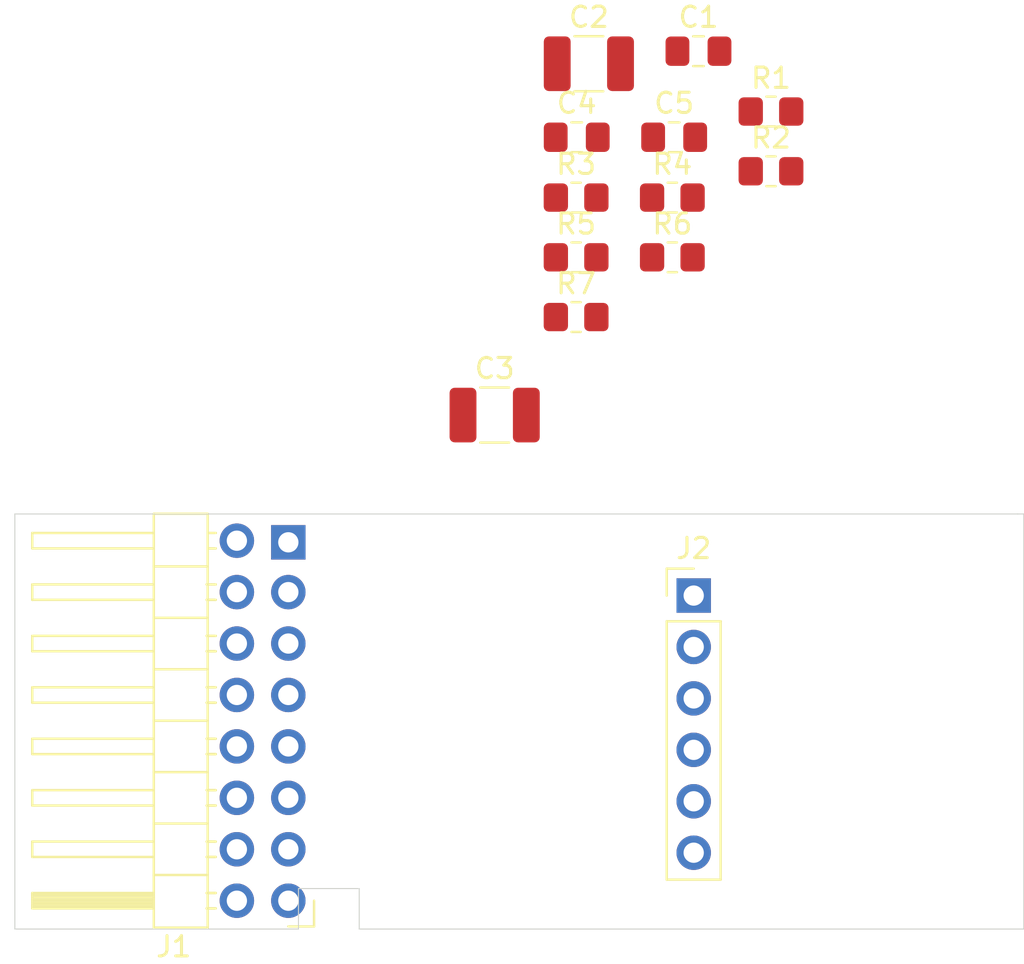
<source format=kicad_pcb>
(kicad_pcb (version 20171130) (host pcbnew 5.1.5+dfsg1-2build2)

  (general
    (thickness 1.6)
    (drawings 9)
    (tracks 0)
    (zones 0)
    (modules 14)
    (nets 9)
  )

  (page A4)
  (layers
    (0 F.Cu signal)
    (31 B.Cu signal)
    (32 B.Adhes user)
    (33 F.Adhes user)
    (34 B.Paste user)
    (35 F.Paste user)
    (36 B.SilkS user)
    (37 F.SilkS user)
    (38 B.Mask user)
    (39 F.Mask user)
    (40 Dwgs.User user)
    (41 Cmts.User user)
    (42 Eco1.User user)
    (43 Eco2.User user)
    (44 Edge.Cuts user)
    (45 Margin user)
    (46 B.CrtYd user)
    (47 F.CrtYd user)
    (48 B.Fab user)
    (49 F.Fab user)
  )

  (setup
    (last_trace_width 0.25)
    (trace_clearance 0.2)
    (zone_clearance 0.508)
    (zone_45_only no)
    (trace_min 0.2)
    (via_size 0.8)
    (via_drill 0.4)
    (via_min_size 0.4)
    (via_min_drill 0.3)
    (uvia_size 0.3)
    (uvia_drill 0.1)
    (uvias_allowed no)
    (uvia_min_size 0.2)
    (uvia_min_drill 0.1)
    (edge_width 0.05)
    (segment_width 0.2)
    (pcb_text_width 0.3)
    (pcb_text_size 1.5 1.5)
    (mod_edge_width 0.12)
    (mod_text_size 1 1)
    (mod_text_width 0.15)
    (pad_size 1.524 1.524)
    (pad_drill 0.762)
    (pad_to_mask_clearance 0.051)
    (solder_mask_min_width 0.25)
    (aux_axis_origin 0 0)
    (visible_elements FFFFFF7F)
    (pcbplotparams
      (layerselection 0x010fc_ffffffff)
      (usegerberextensions false)
      (usegerberattributes false)
      (usegerberadvancedattributes false)
      (creategerberjobfile false)
      (excludeedgelayer true)
      (linewidth 0.100000)
      (plotframeref false)
      (viasonmask false)
      (mode 1)
      (useauxorigin false)
      (hpglpennumber 1)
      (hpglpenspeed 20)
      (hpglpendiameter 15.000000)
      (psnegative false)
      (psa4output false)
      (plotreference true)
      (plotvalue true)
      (plotinvisibletext false)
      (padsonsilk false)
      (subtractmaskfromsilk false)
      (outputformat 1)
      (mirror false)
      (drillshape 1)
      (scaleselection 1)
      (outputdirectory ""))
  )

  (net 0 "")
  (net 1 ORANGE)
  (net 2 SVCC)
  (net 3 RED)
  (net 4 BROWN)
  (net 5 SD0)
  (net 6 SD4)
  (net 7 SMR)
  (net 8 SS)

  (net_class Default "This is the default net class."
    (clearance 0.2)
    (trace_width 0.25)
    (via_dia 0.8)
    (via_drill 0.4)
    (uvia_dia 0.3)
    (uvia_drill 0.1)
    (add_net -5V)
    (add_net BLUE)
    (add_net BROWN)
    (add_net CTS_Y)
    (add_net GREEN)
    (add_net "Net-(C2-Pad1)")
    (add_net "Net-(C2-Pad2)")
    (add_net "Net-(C4-Pad2)")
    (add_net "Net-(C5-Pad1)")
    (add_net "Net-(R7-Pad2)")
    (add_net ORANGE)
    (add_net RED)
    (add_net RXD_Y)
    (add_net SD0)
    (add_net SD4)
    (add_net SMR)
    (add_net SS)
    (add_net SVCC)
  )

  (module Resistor_SMD:R_0805_2012Metric_Pad1.20x1.40mm_HandSolder (layer F.Cu) (tedit 5F68FEEE) (tstamp 6369F107)
    (at 110.585001 92.575001)
    (descr "Resistor SMD 0805 (2012 Metric), square (rectangular) end terminal, IPC_7351 nominal with elongated pad for handsoldering. (Body size source: IPC-SM-782 page 72, https://www.pcb-3d.com/wordpress/wp-content/uploads/ipc-sm-782a_amendment_1_and_2.pdf), generated with kicad-footprint-generator")
    (tags "resistor handsolder")
    (path /6371A2DA)
    (attr smd)
    (fp_text reference R7 (at 0 -1.65) (layer F.SilkS)
      (effects (font (size 1 1) (thickness 0.15)))
    )
    (fp_text value 47k (at 0 1.65) (layer F.Fab)
      (effects (font (size 1 1) (thickness 0.15)))
    )
    (fp_text user %R (at 0 0) (layer F.Fab)
      (effects (font (size 0.5 0.5) (thickness 0.08)))
    )
    (fp_line (start 1.85 0.95) (end -1.85 0.95) (layer F.CrtYd) (width 0.05))
    (fp_line (start 1.85 -0.95) (end 1.85 0.95) (layer F.CrtYd) (width 0.05))
    (fp_line (start -1.85 -0.95) (end 1.85 -0.95) (layer F.CrtYd) (width 0.05))
    (fp_line (start -1.85 0.95) (end -1.85 -0.95) (layer F.CrtYd) (width 0.05))
    (fp_line (start -0.227064 0.735) (end 0.227064 0.735) (layer F.SilkS) (width 0.12))
    (fp_line (start -0.227064 -0.735) (end 0.227064 -0.735) (layer F.SilkS) (width 0.12))
    (fp_line (start 1 0.625) (end -1 0.625) (layer F.Fab) (width 0.1))
    (fp_line (start 1 -0.625) (end 1 0.625) (layer F.Fab) (width 0.1))
    (fp_line (start -1 -0.625) (end 1 -0.625) (layer F.Fab) (width 0.1))
    (fp_line (start -1 0.625) (end -1 -0.625) (layer F.Fab) (width 0.1))
    (pad 2 smd roundrect (at 1 0) (size 1.2 1.4) (layers F.Cu F.Paste F.Mask) (roundrect_rratio 0.208333))
    (pad 1 smd roundrect (at -1 0) (size 1.2 1.4) (layers F.Cu F.Paste F.Mask) (roundrect_rratio 0.208333)
      (net 2 SVCC))
    (model ${KISYS3DMOD}/Resistor_SMD.3dshapes/R_0805_2012Metric.wrl
      (at (xyz 0 0 0))
      (scale (xyz 1 1 1))
      (rotate (xyz 0 0 0))
    )
  )

  (module Resistor_SMD:R_0805_2012Metric_Pad1.20x1.40mm_HandSolder (layer F.Cu) (tedit 5F68FEEE) (tstamp 6369F0F6)
    (at 115.335001 89.625001)
    (descr "Resistor SMD 0805 (2012 Metric), square (rectangular) end terminal, IPC_7351 nominal with elongated pad for handsoldering. (Body size source: IPC-SM-782 page 72, https://www.pcb-3d.com/wordpress/wp-content/uploads/ipc-sm-782a_amendment_1_and_2.pdf), generated with kicad-footprint-generator")
    (tags "resistor handsolder")
    (path /6374F71A)
    (attr smd)
    (fp_text reference R6 (at 0 -1.65) (layer F.SilkS)
      (effects (font (size 1 1) (thickness 0.15)))
    )
    (fp_text value 10k (at 0 1.65) (layer F.Fab)
      (effects (font (size 1 1) (thickness 0.15)))
    )
    (fp_text user %R (at 0 0) (layer F.Fab)
      (effects (font (size 0.5 0.5) (thickness 0.08)))
    )
    (fp_line (start 1.85 0.95) (end -1.85 0.95) (layer F.CrtYd) (width 0.05))
    (fp_line (start 1.85 -0.95) (end 1.85 0.95) (layer F.CrtYd) (width 0.05))
    (fp_line (start -1.85 -0.95) (end 1.85 -0.95) (layer F.CrtYd) (width 0.05))
    (fp_line (start -1.85 0.95) (end -1.85 -0.95) (layer F.CrtYd) (width 0.05))
    (fp_line (start -0.227064 0.735) (end 0.227064 0.735) (layer F.SilkS) (width 0.12))
    (fp_line (start -0.227064 -0.735) (end 0.227064 -0.735) (layer F.SilkS) (width 0.12))
    (fp_line (start 1 0.625) (end -1 0.625) (layer F.Fab) (width 0.1))
    (fp_line (start 1 -0.625) (end 1 0.625) (layer F.Fab) (width 0.1))
    (fp_line (start -1 -0.625) (end 1 -0.625) (layer F.Fab) (width 0.1))
    (fp_line (start -1 0.625) (end -1 -0.625) (layer F.Fab) (width 0.1))
    (pad 2 smd roundrect (at 1 0) (size 1.2 1.4) (layers F.Cu F.Paste F.Mask) (roundrect_rratio 0.208333))
    (pad 1 smd roundrect (at -1 0) (size 1.2 1.4) (layers F.Cu F.Paste F.Mask) (roundrect_rratio 0.208333)
      (net 2 SVCC))
    (model ${KISYS3DMOD}/Resistor_SMD.3dshapes/R_0805_2012Metric.wrl
      (at (xyz 0 0 0))
      (scale (xyz 1 1 1))
      (rotate (xyz 0 0 0))
    )
  )

  (module Resistor_SMD:R_0805_2012Metric_Pad1.20x1.40mm_HandSolder (layer F.Cu) (tedit 5F68FEEE) (tstamp 6369F0E5)
    (at 110.585001 89.625001)
    (descr "Resistor SMD 0805 (2012 Metric), square (rectangular) end terminal, IPC_7351 nominal with elongated pad for handsoldering. (Body size source: IPC-SM-782 page 72, https://www.pcb-3d.com/wordpress/wp-content/uploads/ipc-sm-782a_amendment_1_and_2.pdf), generated with kicad-footprint-generator")
    (tags "resistor handsolder")
    (path /637324DD)
    (attr smd)
    (fp_text reference R5 (at 0 -1.65) (layer F.SilkS)
      (effects (font (size 1 1) (thickness 0.15)))
    )
    (fp_text value 10k (at 0 1.65) (layer F.Fab)
      (effects (font (size 1 1) (thickness 0.15)))
    )
    (fp_text user %R (at 0 0) (layer F.Fab)
      (effects (font (size 0.5 0.5) (thickness 0.08)))
    )
    (fp_line (start 1.85 0.95) (end -1.85 0.95) (layer F.CrtYd) (width 0.05))
    (fp_line (start 1.85 -0.95) (end 1.85 0.95) (layer F.CrtYd) (width 0.05))
    (fp_line (start -1.85 -0.95) (end 1.85 -0.95) (layer F.CrtYd) (width 0.05))
    (fp_line (start -1.85 0.95) (end -1.85 -0.95) (layer F.CrtYd) (width 0.05))
    (fp_line (start -0.227064 0.735) (end 0.227064 0.735) (layer F.SilkS) (width 0.12))
    (fp_line (start -0.227064 -0.735) (end 0.227064 -0.735) (layer F.SilkS) (width 0.12))
    (fp_line (start 1 0.625) (end -1 0.625) (layer F.Fab) (width 0.1))
    (fp_line (start 1 -0.625) (end 1 0.625) (layer F.Fab) (width 0.1))
    (fp_line (start -1 -0.625) (end 1 -0.625) (layer F.Fab) (width 0.1))
    (fp_line (start -1 0.625) (end -1 -0.625) (layer F.Fab) (width 0.1))
    (pad 2 smd roundrect (at 1 0) (size 1.2 1.4) (layers F.Cu F.Paste F.Mask) (roundrect_rratio 0.208333))
    (pad 1 smd roundrect (at -1 0) (size 1.2 1.4) (layers F.Cu F.Paste F.Mask) (roundrect_rratio 0.208333)
      (net 2 SVCC))
    (model ${KISYS3DMOD}/Resistor_SMD.3dshapes/R_0805_2012Metric.wrl
      (at (xyz 0 0 0))
      (scale (xyz 1 1 1))
      (rotate (xyz 0 0 0))
    )
  )

  (module Resistor_SMD:R_0805_2012Metric_Pad1.20x1.40mm_HandSolder (layer F.Cu) (tedit 5F68FEEE) (tstamp 6369F0D4)
    (at 115.335001 86.675001)
    (descr "Resistor SMD 0805 (2012 Metric), square (rectangular) end terminal, IPC_7351 nominal with elongated pad for handsoldering. (Body size source: IPC-SM-782 page 72, https://www.pcb-3d.com/wordpress/wp-content/uploads/ipc-sm-782a_amendment_1_and_2.pdf), generated with kicad-footprint-generator")
    (tags "resistor handsolder")
    (path /63756625)
    (attr smd)
    (fp_text reference R4 (at 0 -1.65) (layer F.SilkS)
      (effects (font (size 1 1) (thickness 0.15)))
    )
    (fp_text value 47k (at 0 1.65) (layer F.Fab)
      (effects (font (size 1 1) (thickness 0.15)))
    )
    (fp_text user %R (at 0 0) (layer F.Fab)
      (effects (font (size 0.5 0.5) (thickness 0.08)))
    )
    (fp_line (start 1.85 0.95) (end -1.85 0.95) (layer F.CrtYd) (width 0.05))
    (fp_line (start 1.85 -0.95) (end 1.85 0.95) (layer F.CrtYd) (width 0.05))
    (fp_line (start -1.85 -0.95) (end 1.85 -0.95) (layer F.CrtYd) (width 0.05))
    (fp_line (start -1.85 0.95) (end -1.85 -0.95) (layer F.CrtYd) (width 0.05))
    (fp_line (start -0.227064 0.735) (end 0.227064 0.735) (layer F.SilkS) (width 0.12))
    (fp_line (start -0.227064 -0.735) (end 0.227064 -0.735) (layer F.SilkS) (width 0.12))
    (fp_line (start 1 0.625) (end -1 0.625) (layer F.Fab) (width 0.1))
    (fp_line (start 1 -0.625) (end 1 0.625) (layer F.Fab) (width 0.1))
    (fp_line (start -1 -0.625) (end 1 -0.625) (layer F.Fab) (width 0.1))
    (fp_line (start -1 0.625) (end -1 -0.625) (layer F.Fab) (width 0.1))
    (pad 2 smd roundrect (at 1 0) (size 1.2 1.4) (layers F.Cu F.Paste F.Mask) (roundrect_rratio 0.208333)
      (net 1 ORANGE))
    (pad 1 smd roundrect (at -1 0) (size 1.2 1.4) (layers F.Cu F.Paste F.Mask) (roundrect_rratio 0.208333)
      (net 5 SD0))
    (model ${KISYS3DMOD}/Resistor_SMD.3dshapes/R_0805_2012Metric.wrl
      (at (xyz 0 0 0))
      (scale (xyz 1 1 1))
      (rotate (xyz 0 0 0))
    )
  )

  (module Resistor_SMD:R_0805_2012Metric_Pad1.20x1.40mm_HandSolder (layer F.Cu) (tedit 5F68FEEE) (tstamp 6369F0C3)
    (at 110.585001 86.675001)
    (descr "Resistor SMD 0805 (2012 Metric), square (rectangular) end terminal, IPC_7351 nominal with elongated pad for handsoldering. (Body size source: IPC-SM-782 page 72, https://www.pcb-3d.com/wordpress/wp-content/uploads/ipc-sm-782a_amendment_1_and_2.pdf), generated with kicad-footprint-generator")
    (tags "resistor handsolder")
    (path /63710F73)
    (attr smd)
    (fp_text reference R3 (at 0 -1.65) (layer F.SilkS)
      (effects (font (size 1 1) (thickness 0.15)))
    )
    (fp_text value 47k (at 0 1.65) (layer F.Fab)
      (effects (font (size 1 1) (thickness 0.15)))
    )
    (fp_text user %R (at 0 0) (layer F.Fab)
      (effects (font (size 0.5 0.5) (thickness 0.08)))
    )
    (fp_line (start 1.85 0.95) (end -1.85 0.95) (layer F.CrtYd) (width 0.05))
    (fp_line (start 1.85 -0.95) (end 1.85 0.95) (layer F.CrtYd) (width 0.05))
    (fp_line (start -1.85 -0.95) (end 1.85 -0.95) (layer F.CrtYd) (width 0.05))
    (fp_line (start -1.85 0.95) (end -1.85 -0.95) (layer F.CrtYd) (width 0.05))
    (fp_line (start -0.227064 0.735) (end 0.227064 0.735) (layer F.SilkS) (width 0.12))
    (fp_line (start -0.227064 -0.735) (end 0.227064 -0.735) (layer F.SilkS) (width 0.12))
    (fp_line (start 1 0.625) (end -1 0.625) (layer F.Fab) (width 0.1))
    (fp_line (start 1 -0.625) (end 1 0.625) (layer F.Fab) (width 0.1))
    (fp_line (start -1 -0.625) (end 1 -0.625) (layer F.Fab) (width 0.1))
    (fp_line (start -1 0.625) (end -1 -0.625) (layer F.Fab) (width 0.1))
    (pad 2 smd roundrect (at 1 0) (size 1.2 1.4) (layers F.Cu F.Paste F.Mask) (roundrect_rratio 0.208333)
      (net 8 SS))
    (pad 1 smd roundrect (at -1 0) (size 1.2 1.4) (layers F.Cu F.Paste F.Mask) (roundrect_rratio 0.208333)
      (net 2 SVCC))
    (model ${KISYS3DMOD}/Resistor_SMD.3dshapes/R_0805_2012Metric.wrl
      (at (xyz 0 0 0))
      (scale (xyz 1 1 1))
      (rotate (xyz 0 0 0))
    )
  )

  (module Resistor_SMD:R_0805_2012Metric_Pad1.20x1.40mm_HandSolder (layer F.Cu) (tedit 5F68FEEE) (tstamp 6369F0B2)
    (at 120.205001 85.375001)
    (descr "Resistor SMD 0805 (2012 Metric), square (rectangular) end terminal, IPC_7351 nominal with elongated pad for handsoldering. (Body size source: IPC-SM-782 page 72, https://www.pcb-3d.com/wordpress/wp-content/uploads/ipc-sm-782a_amendment_1_and_2.pdf), generated with kicad-footprint-generator")
    (tags "resistor handsolder")
    (path /6377586C)
    (attr smd)
    (fp_text reference R2 (at 0 -1.65) (layer F.SilkS)
      (effects (font (size 1 1) (thickness 0.15)))
    )
    (fp_text value 47k (at 0 1.65) (layer F.Fab)
      (effects (font (size 1 1) (thickness 0.15)))
    )
    (fp_text user %R (at 0 0) (layer F.Fab)
      (effects (font (size 0.5 0.5) (thickness 0.08)))
    )
    (fp_line (start 1.85 0.95) (end -1.85 0.95) (layer F.CrtYd) (width 0.05))
    (fp_line (start 1.85 -0.95) (end 1.85 0.95) (layer F.CrtYd) (width 0.05))
    (fp_line (start -1.85 -0.95) (end 1.85 -0.95) (layer F.CrtYd) (width 0.05))
    (fp_line (start -1.85 0.95) (end -1.85 -0.95) (layer F.CrtYd) (width 0.05))
    (fp_line (start -0.227064 0.735) (end 0.227064 0.735) (layer F.SilkS) (width 0.12))
    (fp_line (start -0.227064 -0.735) (end 0.227064 -0.735) (layer F.SilkS) (width 0.12))
    (fp_line (start 1 0.625) (end -1 0.625) (layer F.Fab) (width 0.1))
    (fp_line (start 1 -0.625) (end 1 0.625) (layer F.Fab) (width 0.1))
    (fp_line (start -1 -0.625) (end 1 -0.625) (layer F.Fab) (width 0.1))
    (fp_line (start -1 0.625) (end -1 -0.625) (layer F.Fab) (width 0.1))
    (pad 2 smd roundrect (at 1 0) (size 1.2 1.4) (layers F.Cu F.Paste F.Mask) (roundrect_rratio 0.208333)
      (net 1 ORANGE))
    (pad 1 smd roundrect (at -1 0) (size 1.2 1.4) (layers F.Cu F.Paste F.Mask) (roundrect_rratio 0.208333)
      (net 6 SD4))
    (model ${KISYS3DMOD}/Resistor_SMD.3dshapes/R_0805_2012Metric.wrl
      (at (xyz 0 0 0))
      (scale (xyz 1 1 1))
      (rotate (xyz 0 0 0))
    )
  )

  (module Resistor_SMD:R_0805_2012Metric_Pad1.20x1.40mm_HandSolder (layer F.Cu) (tedit 5F68FEEE) (tstamp 6369F0A1)
    (at 120.205001 82.425001)
    (descr "Resistor SMD 0805 (2012 Metric), square (rectangular) end terminal, IPC_7351 nominal with elongated pad for handsoldering. (Body size source: IPC-SM-782 page 72, https://www.pcb-3d.com/wordpress/wp-content/uploads/ipc-sm-782a_amendment_1_and_2.pdf), generated with kicad-footprint-generator")
    (tags "resistor handsolder")
    (path /637491DA)
    (attr smd)
    (fp_text reference R1 (at 0 -1.65) (layer F.SilkS)
      (effects (font (size 1 1) (thickness 0.15)))
    )
    (fp_text value 47k (at 0 1.65) (layer F.Fab)
      (effects (font (size 1 1) (thickness 0.15)))
    )
    (fp_text user %R (at 0 0) (layer F.Fab)
      (effects (font (size 0.5 0.5) (thickness 0.08)))
    )
    (fp_line (start 1.85 0.95) (end -1.85 0.95) (layer F.CrtYd) (width 0.05))
    (fp_line (start 1.85 -0.95) (end 1.85 0.95) (layer F.CrtYd) (width 0.05))
    (fp_line (start -1.85 -0.95) (end 1.85 -0.95) (layer F.CrtYd) (width 0.05))
    (fp_line (start -1.85 0.95) (end -1.85 -0.95) (layer F.CrtYd) (width 0.05))
    (fp_line (start -0.227064 0.735) (end 0.227064 0.735) (layer F.SilkS) (width 0.12))
    (fp_line (start -0.227064 -0.735) (end 0.227064 -0.735) (layer F.SilkS) (width 0.12))
    (fp_line (start 1 0.625) (end -1 0.625) (layer F.Fab) (width 0.1))
    (fp_line (start 1 -0.625) (end 1 0.625) (layer F.Fab) (width 0.1))
    (fp_line (start -1 -0.625) (end 1 -0.625) (layer F.Fab) (width 0.1))
    (fp_line (start -1 0.625) (end -1 -0.625) (layer F.Fab) (width 0.1))
    (pad 2 smd roundrect (at 1 0) (size 1.2 1.4) (layers F.Cu F.Paste F.Mask) (roundrect_rratio 0.208333)
      (net 1 ORANGE))
    (pad 1 smd roundrect (at -1 0) (size 1.2 1.4) (layers F.Cu F.Paste F.Mask) (roundrect_rratio 0.208333)
      (net 7 SMR))
    (model ${KISYS3DMOD}/Resistor_SMD.3dshapes/R_0805_2012Metric.wrl
      (at (xyz 0 0 0))
      (scale (xyz 1 1 1))
      (rotate (xyz 0 0 0))
    )
  )

  (module Connector_PinHeader_2.54mm:PinHeader_1x06_P2.54mm_Vertical (layer F.Cu) (tedit 59FED5CC) (tstamp 6369F090)
    (at 116.39 106.33)
    (descr "Through hole straight pin header, 1x06, 2.54mm pitch, single row")
    (tags "Through hole pin header THT 1x06 2.54mm single row")
    (path /63713439)
    (fp_text reference J2 (at 0 -2.33) (layer F.SilkS)
      (effects (font (size 1 1) (thickness 0.15)))
    )
    (fp_text value Conn_01x06_Female (at 0 15.03) (layer F.Fab)
      (effects (font (size 1 1) (thickness 0.15)))
    )
    (fp_text user %R (at 0 6.35 90) (layer F.Fab)
      (effects (font (size 1 1) (thickness 0.15)))
    )
    (fp_line (start 1.8 -1.8) (end -1.8 -1.8) (layer F.CrtYd) (width 0.05))
    (fp_line (start 1.8 14.5) (end 1.8 -1.8) (layer F.CrtYd) (width 0.05))
    (fp_line (start -1.8 14.5) (end 1.8 14.5) (layer F.CrtYd) (width 0.05))
    (fp_line (start -1.8 -1.8) (end -1.8 14.5) (layer F.CrtYd) (width 0.05))
    (fp_line (start -1.33 -1.33) (end 0 -1.33) (layer F.SilkS) (width 0.12))
    (fp_line (start -1.33 0) (end -1.33 -1.33) (layer F.SilkS) (width 0.12))
    (fp_line (start -1.33 1.27) (end 1.33 1.27) (layer F.SilkS) (width 0.12))
    (fp_line (start 1.33 1.27) (end 1.33 14.03) (layer F.SilkS) (width 0.12))
    (fp_line (start -1.33 1.27) (end -1.33 14.03) (layer F.SilkS) (width 0.12))
    (fp_line (start -1.33 14.03) (end 1.33 14.03) (layer F.SilkS) (width 0.12))
    (fp_line (start -1.27 -0.635) (end -0.635 -1.27) (layer F.Fab) (width 0.1))
    (fp_line (start -1.27 13.97) (end -1.27 -0.635) (layer F.Fab) (width 0.1))
    (fp_line (start 1.27 13.97) (end -1.27 13.97) (layer F.Fab) (width 0.1))
    (fp_line (start 1.27 -1.27) (end 1.27 13.97) (layer F.Fab) (width 0.1))
    (fp_line (start -0.635 -1.27) (end 1.27 -1.27) (layer F.Fab) (width 0.1))
    (pad 6 thru_hole oval (at 0 12.7) (size 1.7 1.7) (drill 1) (layers *.Cu *.Mask))
    (pad 5 thru_hole oval (at 0 10.16) (size 1.7 1.7) (drill 1) (layers *.Cu *.Mask))
    (pad 4 thru_hole oval (at 0 7.62) (size 1.7 1.7) (drill 1) (layers *.Cu *.Mask)
      (net 1 ORANGE))
    (pad 3 thru_hole oval (at 0 5.08) (size 1.7 1.7) (drill 1) (layers *.Cu *.Mask)
      (net 1 ORANGE))
    (pad 2 thru_hole oval (at 0 2.54) (size 1.7 1.7) (drill 1) (layers *.Cu *.Mask)
      (net 3 RED))
    (pad 1 thru_hole rect (at 0 0) (size 1.7 1.7) (drill 1) (layers *.Cu *.Mask)
      (net 4 BROWN))
    (model ${KISYS3DMOD}/Connector_PinHeader_2.54mm.3dshapes/PinHeader_1x06_P2.54mm_Vertical.wrl
      (at (xyz 0 0 0))
      (scale (xyz 1 1 1))
      (rotate (xyz 0 0 0))
    )
  )

  (module psion_org_2:Psion_datapak_2x08_P2.54mm_Horizontal (layer F.Cu) (tedit 60C1AAB6) (tstamp 6369F076)
    (at 96.38 121.4 180)
    (descr "Through hole angled pin header, 2x08, 2.54mm pitch, 6mm pin length, double rows Psion2 Datapak")
    (tags "Through hole angled pin header THT 2x08 2.54mm double row")
    (path /6370CC94)
    (fp_text reference J1 (at 5.655 -2.27) (layer F.SilkS)
      (effects (font (size 1 1) (thickness 0.15)))
    )
    (fp_text value Conn_02x08_Odd_Even (at 5.655 20.05) (layer F.Fab)
      (effects (font (size 1 1) (thickness 0.15)))
    )
    (fp_text user %R (at 5.31 8.89 90) (layer F.Fab)
      (effects (font (size 1 1) (thickness 0.15)))
    )
    (fp_line (start 13.1 -1.8) (end -1.8 -1.8) (layer F.CrtYd) (width 0.05))
    (fp_line (start 13.1 19.55) (end 13.1 -1.8) (layer F.CrtYd) (width 0.05))
    (fp_line (start -1.8 19.55) (end 13.1 19.55) (layer F.CrtYd) (width 0.05))
    (fp_line (start -1.8 -1.8) (end -1.8 19.55) (layer F.CrtYd) (width 0.05))
    (fp_line (start -1.27 -1.27) (end 0 -1.27) (layer F.SilkS) (width 0.12))
    (fp_line (start -1.27 0) (end -1.27 -1.27) (layer F.SilkS) (width 0.12))
    (fp_line (start 4.037071 -0.38) (end 3.582929 -0.38) (layer F.SilkS) (width 0.12))
    (fp_line (start 4.037071 0.38) (end 3.582929 0.38) (layer F.SilkS) (width 0.12))
    (fp_line (start 3.582929 18.16) (end 3.98 18.16) (layer F.SilkS) (width 0.12))
    (fp_line (start 3.582929 17.4) (end 3.98 17.4) (layer F.SilkS) (width 0.12))
    (fp_line (start 12.64 18.16) (end 6.64 18.16) (layer F.SilkS) (width 0.12))
    (fp_line (start 12.64 17.4) (end 12.64 18.16) (layer F.SilkS) (width 0.12))
    (fp_line (start 6.64 17.4) (end 12.64 17.4) (layer F.SilkS) (width 0.12))
    (fp_line (start 3.98 16.51) (end 6.64 16.51) (layer F.SilkS) (width 0.12))
    (fp_line (start 4.037071 2.16) (end 3.582929 2.16) (layer F.SilkS) (width 0.12))
    (fp_line (start 4.037071 2.92) (end 3.582929 2.92) (layer F.SilkS) (width 0.12))
    (fp_line (start 3.582929 15.62) (end 3.98 15.62) (layer F.SilkS) (width 0.12))
    (fp_line (start 3.582929 14.86) (end 3.98 14.86) (layer F.SilkS) (width 0.12))
    (fp_line (start 12.64 15.62) (end 6.64 15.62) (layer F.SilkS) (width 0.12))
    (fp_line (start 12.64 14.86) (end 12.64 15.62) (layer F.SilkS) (width 0.12))
    (fp_line (start 6.64 14.86) (end 12.64 14.86) (layer F.SilkS) (width 0.12))
    (fp_line (start 3.98 13.97) (end 6.64 13.97) (layer F.SilkS) (width 0.12))
    (fp_line (start 4.037071 4.7) (end 3.582929 4.7) (layer F.SilkS) (width 0.12))
    (fp_line (start 4.037071 5.46) (end 3.582929 5.46) (layer F.SilkS) (width 0.12))
    (fp_line (start 3.582929 13.08) (end 3.98 13.08) (layer F.SilkS) (width 0.12))
    (fp_line (start 3.582929 12.32) (end 3.98 12.32) (layer F.SilkS) (width 0.12))
    (fp_line (start 12.64 13.08) (end 6.64 13.08) (layer F.SilkS) (width 0.12))
    (fp_line (start 12.64 12.32) (end 12.64 13.08) (layer F.SilkS) (width 0.12))
    (fp_line (start 6.64 12.32) (end 12.64 12.32) (layer F.SilkS) (width 0.12))
    (fp_line (start 3.98 11.43) (end 6.64 11.43) (layer F.SilkS) (width 0.12))
    (fp_line (start 4.037071 7.24) (end 3.582929 7.24) (layer F.SilkS) (width 0.12))
    (fp_line (start 4.037071 8) (end 3.582929 8) (layer F.SilkS) (width 0.12))
    (fp_line (start 3.582929 10.54) (end 3.98 10.54) (layer F.SilkS) (width 0.12))
    (fp_line (start 3.582929 9.78) (end 3.98 9.78) (layer F.SilkS) (width 0.12))
    (fp_line (start 12.64 10.54) (end 6.64 10.54) (layer F.SilkS) (width 0.12))
    (fp_line (start 12.64 9.78) (end 12.64 10.54) (layer F.SilkS) (width 0.12))
    (fp_line (start 6.64 9.78) (end 12.64 9.78) (layer F.SilkS) (width 0.12))
    (fp_line (start 3.98 8.89) (end 6.64 8.89) (layer F.SilkS) (width 0.12))
    (fp_line (start 4.037071 9.78) (end 3.582929 9.78) (layer F.SilkS) (width 0.12))
    (fp_line (start 4.037071 10.54) (end 3.582929 10.54) (layer F.SilkS) (width 0.12))
    (fp_line (start 3.582929 8) (end 3.98 8) (layer F.SilkS) (width 0.12))
    (fp_line (start 3.582929 7.24) (end 3.98 7.24) (layer F.SilkS) (width 0.12))
    (fp_line (start 12.64 8) (end 6.64 8) (layer F.SilkS) (width 0.12))
    (fp_line (start 12.64 7.24) (end 12.64 8) (layer F.SilkS) (width 0.12))
    (fp_line (start 6.64 7.24) (end 12.64 7.24) (layer F.SilkS) (width 0.12))
    (fp_line (start 3.98 6.35) (end 6.64 6.35) (layer F.SilkS) (width 0.12))
    (fp_line (start 4.037071 12.32) (end 3.582929 12.32) (layer F.SilkS) (width 0.12))
    (fp_line (start 4.037071 13.08) (end 3.582929 13.08) (layer F.SilkS) (width 0.12))
    (fp_line (start 3.582929 5.46) (end 3.98 5.46) (layer F.SilkS) (width 0.12))
    (fp_line (start 3.582929 4.7) (end 3.98 4.7) (layer F.SilkS) (width 0.12))
    (fp_line (start 12.64 5.46) (end 6.64 5.46) (layer F.SilkS) (width 0.12))
    (fp_line (start 12.64 4.7) (end 12.64 5.46) (layer F.SilkS) (width 0.12))
    (fp_line (start 6.64 4.7) (end 12.64 4.7) (layer F.SilkS) (width 0.12))
    (fp_line (start 3.98 3.81) (end 6.64 3.81) (layer F.SilkS) (width 0.12))
    (fp_line (start 4.037071 14.86) (end 3.582929 14.86) (layer F.SilkS) (width 0.12))
    (fp_line (start 4.037071 15.62) (end 3.582929 15.62) (layer F.SilkS) (width 0.12))
    (fp_line (start 3.582929 2.92) (end 3.98 2.92) (layer F.SilkS) (width 0.12))
    (fp_line (start 3.582929 2.16) (end 3.98 2.16) (layer F.SilkS) (width 0.12))
    (fp_line (start 12.64 2.92) (end 6.64 2.92) (layer F.SilkS) (width 0.12))
    (fp_line (start 12.64 2.16) (end 12.64 2.92) (layer F.SilkS) (width 0.12))
    (fp_line (start 6.64 2.16) (end 12.64 2.16) (layer F.SilkS) (width 0.12))
    (fp_line (start 3.98 1.27) (end 6.64 1.27) (layer F.SilkS) (width 0.12))
    (fp_line (start 3.97 17.4) (end 3.582929 17.4) (layer F.SilkS) (width 0.12))
    (fp_line (start 3.97 18.16) (end 3.582929 18.16) (layer F.SilkS) (width 0.12))
    (fp_line (start 3.582929 0.38) (end 3.98 0.38) (layer F.SilkS) (width 0.12))
    (fp_line (start 3.582929 -0.38) (end 3.98 -0.38) (layer F.SilkS) (width 0.12))
    (fp_line (start 6.64 0.28) (end 12.64 0.28) (layer F.SilkS) (width 0.12))
    (fp_line (start 6.64 0.16) (end 12.64 0.16) (layer F.SilkS) (width 0.12))
    (fp_line (start 6.64 0.04) (end 12.64 0.04) (layer F.SilkS) (width 0.12))
    (fp_line (start 6.64 -0.08) (end 12.64 -0.08) (layer F.SilkS) (width 0.12))
    (fp_line (start 6.64 -0.2) (end 12.64 -0.2) (layer F.SilkS) (width 0.12))
    (fp_line (start 6.64 -0.32) (end 12.64 -0.32) (layer F.SilkS) (width 0.12))
    (fp_line (start 12.64 0.38) (end 6.64 0.38) (layer F.SilkS) (width 0.12))
    (fp_line (start 12.64 -0.38) (end 12.64 0.38) (layer F.SilkS) (width 0.12))
    (fp_line (start 6.64 -0.38) (end 12.64 -0.38) (layer F.SilkS) (width 0.12))
    (fp_line (start 6.64 -1.33) (end 3.98 -1.33) (layer F.SilkS) (width 0.12))
    (fp_line (start 6.64 19.11) (end 6.64 -1.33) (layer F.SilkS) (width 0.12))
    (fp_line (start 3.98 19.11) (end 6.64 19.11) (layer F.SilkS) (width 0.12))
    (fp_line (start 3.98 -1.33) (end 3.98 19.11) (layer F.SilkS) (width 0.12))
    (fp_line (start 6.58 18.1) (end 12.58 18.1) (layer F.Fab) (width 0.1))
    (fp_line (start 12.58 17.46) (end 12.58 18.1) (layer F.Fab) (width 0.1))
    (fp_line (start 6.58 17.46) (end 12.58 17.46) (layer F.Fab) (width 0.1))
    (fp_line (start -0.32 18.1) (end 4.04 18.1) (layer F.Fab) (width 0.1))
    (fp_line (start -0.32 17.46) (end -0.32 18.1) (layer F.Fab) (width 0.1))
    (fp_line (start -0.32 17.46) (end 4.04 17.46) (layer F.Fab) (width 0.1))
    (fp_line (start 6.58 15.56) (end 12.58 15.56) (layer F.Fab) (width 0.1))
    (fp_line (start 12.58 14.92) (end 12.58 15.56) (layer F.Fab) (width 0.1))
    (fp_line (start 6.58 14.92) (end 12.58 14.92) (layer F.Fab) (width 0.1))
    (fp_line (start -0.32 15.56) (end 4.04 15.56) (layer F.Fab) (width 0.1))
    (fp_line (start -0.32 14.92) (end -0.32 15.56) (layer F.Fab) (width 0.1))
    (fp_line (start -0.32 14.92) (end 4.04 14.92) (layer F.Fab) (width 0.1))
    (fp_line (start 6.58 13.02) (end 12.58 13.02) (layer F.Fab) (width 0.1))
    (fp_line (start 12.58 12.38) (end 12.58 13.02) (layer F.Fab) (width 0.1))
    (fp_line (start 6.58 12.38) (end 12.58 12.38) (layer F.Fab) (width 0.1))
    (fp_line (start -0.32 13.02) (end 4.04 13.02) (layer F.Fab) (width 0.1))
    (fp_line (start -0.32 12.38) (end -0.32 13.02) (layer F.Fab) (width 0.1))
    (fp_line (start -0.32 12.38) (end 4.04 12.38) (layer F.Fab) (width 0.1))
    (fp_line (start 6.58 10.48) (end 12.58 10.48) (layer F.Fab) (width 0.1))
    (fp_line (start 12.58 9.84) (end 12.58 10.48) (layer F.Fab) (width 0.1))
    (fp_line (start 6.58 9.84) (end 12.58 9.84) (layer F.Fab) (width 0.1))
    (fp_line (start -0.32 10.48) (end 4.04 10.48) (layer F.Fab) (width 0.1))
    (fp_line (start -0.32 9.84) (end -0.32 10.48) (layer F.Fab) (width 0.1))
    (fp_line (start -0.32 9.84) (end 4.04 9.84) (layer F.Fab) (width 0.1))
    (fp_line (start 6.58 7.94) (end 12.58 7.94) (layer F.Fab) (width 0.1))
    (fp_line (start 12.58 7.3) (end 12.58 7.94) (layer F.Fab) (width 0.1))
    (fp_line (start 6.58 7.3) (end 12.58 7.3) (layer F.Fab) (width 0.1))
    (fp_line (start -0.32 7.94) (end 4.04 7.94) (layer F.Fab) (width 0.1))
    (fp_line (start -0.32 7.3) (end -0.32 7.94) (layer F.Fab) (width 0.1))
    (fp_line (start -0.32 7.3) (end 4.04 7.3) (layer F.Fab) (width 0.1))
    (fp_line (start 6.58 5.4) (end 12.58 5.4) (layer F.Fab) (width 0.1))
    (fp_line (start 12.58 4.76) (end 12.58 5.4) (layer F.Fab) (width 0.1))
    (fp_line (start 6.58 4.76) (end 12.58 4.76) (layer F.Fab) (width 0.1))
    (fp_line (start -0.32 5.4) (end 4.04 5.4) (layer F.Fab) (width 0.1))
    (fp_line (start -0.32 4.76) (end -0.32 5.4) (layer F.Fab) (width 0.1))
    (fp_line (start -0.32 4.76) (end 4.04 4.76) (layer F.Fab) (width 0.1))
    (fp_line (start 6.58 2.86) (end 12.58 2.86) (layer F.Fab) (width 0.1))
    (fp_line (start 12.58 2.22) (end 12.58 2.86) (layer F.Fab) (width 0.1))
    (fp_line (start 6.58 2.22) (end 12.58 2.22) (layer F.Fab) (width 0.1))
    (fp_line (start -0.32 2.86) (end 4.04 2.86) (layer F.Fab) (width 0.1))
    (fp_line (start -0.32 2.22) (end -0.32 2.86) (layer F.Fab) (width 0.1))
    (fp_line (start -0.32 2.22) (end 4.04 2.22) (layer F.Fab) (width 0.1))
    (fp_line (start 6.58 0.32) (end 12.58 0.32) (layer F.Fab) (width 0.1))
    (fp_line (start 12.58 -0.32) (end 12.58 0.32) (layer F.Fab) (width 0.1))
    (fp_line (start 6.58 -0.32) (end 12.58 -0.32) (layer F.Fab) (width 0.1))
    (fp_line (start -0.32 0.32) (end 4.04 0.32) (layer F.Fab) (width 0.1))
    (fp_line (start -0.32 -0.32) (end -0.32 0.32) (layer F.Fab) (width 0.1))
    (fp_line (start -0.32 -0.32) (end 4.04 -0.32) (layer F.Fab) (width 0.1))
    (fp_line (start 4.04 -0.635) (end 4.675 -1.27) (layer F.Fab) (width 0.1))
    (fp_line (start 4.04 19.05) (end 4.04 -0.635) (layer F.Fab) (width 0.1))
    (fp_line (start 6.58 19.05) (end 4.04 19.05) (layer F.Fab) (width 0.1))
    (fp_line (start 6.58 -1.27) (end 6.58 19.05) (layer F.Fab) (width 0.1))
    (fp_line (start 4.675 -1.27) (end 6.58 -1.27) (layer F.Fab) (width 0.1))
    (pad 16 thru_hole oval (at 2.54 0) (size 1.7 1.7) (drill 1) (layers *.Cu *.Mask)
      (net 5 SD0))
    (pad 15 thru_hole oval (at 0 0 180) (size 1.7 1.7) (drill 1) (layers *.Cu *.Mask))
    (pad 14 thru_hole oval (at 2.54 2.54) (size 1.7 1.7) (drill 1) (layers *.Cu *.Mask))
    (pad 13 thru_hole oval (at 0 2.54 180) (size 1.7 1.7) (drill 1) (layers *.Cu *.Mask))
    (pad 12 thru_hole oval (at 2.54 5.08) (size 1.7 1.7) (drill 1) (layers *.Cu *.Mask)
      (net 6 SD4))
    (pad 11 thru_hole oval (at 0 5.08 180) (size 1.7 1.7) (drill 1) (layers *.Cu *.Mask))
    (pad 10 thru_hole oval (at 2.54 7.62) (size 1.7 1.7) (drill 1) (layers *.Cu *.Mask))
    (pad 9 thru_hole oval (at 0 7.62 180) (size 1.7 1.7) (drill 1) (layers *.Cu *.Mask))
    (pad 8 thru_hole oval (at 2.54 10.16) (size 1.7 1.7) (drill 1) (layers *.Cu *.Mask))
    (pad 7 thru_hole oval (at 0 10.16 180) (size 1.7 1.7) (drill 1) (layers *.Cu *.Mask)
      (net 7 SMR))
    (pad 6 thru_hole oval (at 2.54 12.7) (size 1.7 1.7) (drill 1) (layers *.Cu *.Mask)
      (net 8 SS))
    (pad 5 thru_hole oval (at 0 12.7 180) (size 1.7 1.7) (drill 1) (layers *.Cu *.Mask))
    (pad 4 thru_hole oval (at 2.54 15.24) (size 1.7 1.7) (drill 1) (layers *.Cu *.Mask))
    (pad 3 thru_hole oval (at 0 15.24 180) (size 1.7 1.7) (drill 1) (layers *.Cu *.Mask)
      (net 1 ORANGE))
    (pad 2 thru_hole oval (at 2.54 17.78) (size 1.7 1.7) (drill 1) (layers *.Cu *.Mask)
      (net 2 SVCC))
    (pad 1 thru_hole rect (at 0 17.7 180) (size 1.7 1.7) (drill 1) (layers *.Cu *.Mask))
    (model ${KISYS3DMOD}/Connector_PinHeader_2.54mm.3dshapes/PinHeader_2x08_P2.54mm_Horizontal.wrl
      (at (xyz 0 0 0))
      (scale (xyz 1 1 1))
      (rotate (xyz 0 0 0))
    )
  )

  (module Capacitor_SMD:C_0805_2012Metric_Pad1.18x1.45mm_HandSolder (layer F.Cu) (tedit 5F68FEEF) (tstamp 6369EFDD)
    (at 115.425001 83.695001)
    (descr "Capacitor SMD 0805 (2012 Metric), square (rectangular) end terminal, IPC_7351 nominal with elongated pad for handsoldering. (Body size source: IPC-SM-782 page 76, https://www.pcb-3d.com/wordpress/wp-content/uploads/ipc-sm-782a_amendment_1_and_2.pdf, https://docs.google.com/spreadsheets/d/1BsfQQcO9C6DZCsRaXUlFlo91Tg2WpOkGARC1WS5S8t0/edit?usp=sharing), generated with kicad-footprint-generator")
    (tags "capacitor handsolder")
    (path /6373AE6E)
    (attr smd)
    (fp_text reference C5 (at 0 -1.68) (layer F.SilkS)
      (effects (font (size 1 1) (thickness 0.15)))
    )
    (fp_text value "20pF - 10nF" (at 0 1.68) (layer F.Fab)
      (effects (font (size 1 1) (thickness 0.15)))
    )
    (fp_text user %R (at 0 0) (layer F.Fab)
      (effects (font (size 0.5 0.5) (thickness 0.08)))
    )
    (fp_line (start 1.88 0.98) (end -1.88 0.98) (layer F.CrtYd) (width 0.05))
    (fp_line (start 1.88 -0.98) (end 1.88 0.98) (layer F.CrtYd) (width 0.05))
    (fp_line (start -1.88 -0.98) (end 1.88 -0.98) (layer F.CrtYd) (width 0.05))
    (fp_line (start -1.88 0.98) (end -1.88 -0.98) (layer F.CrtYd) (width 0.05))
    (fp_line (start -0.261252 0.735) (end 0.261252 0.735) (layer F.SilkS) (width 0.12))
    (fp_line (start -0.261252 -0.735) (end 0.261252 -0.735) (layer F.SilkS) (width 0.12))
    (fp_line (start 1 0.625) (end -1 0.625) (layer F.Fab) (width 0.1))
    (fp_line (start 1 -0.625) (end 1 0.625) (layer F.Fab) (width 0.1))
    (fp_line (start -1 -0.625) (end 1 -0.625) (layer F.Fab) (width 0.1))
    (fp_line (start -1 0.625) (end -1 -0.625) (layer F.Fab) (width 0.1))
    (pad 2 smd roundrect (at 1.0375 0) (size 1.175 1.45) (layers F.Cu F.Paste F.Mask) (roundrect_rratio 0.212766)
      (net 4 BROWN))
    (pad 1 smd roundrect (at -1.0375 0) (size 1.175 1.45) (layers F.Cu F.Paste F.Mask) (roundrect_rratio 0.212766))
    (model ${KISYS3DMOD}/Capacitor_SMD.3dshapes/C_0805_2012Metric.wrl
      (at (xyz 0 0 0))
      (scale (xyz 1 1 1))
      (rotate (xyz 0 0 0))
    )
  )

  (module Capacitor_SMD:C_0805_2012Metric_Pad1.18x1.45mm_HandSolder (layer F.Cu) (tedit 5F68FEEF) (tstamp 6369EFCC)
    (at 110.615001 83.695001)
    (descr "Capacitor SMD 0805 (2012 Metric), square (rectangular) end terminal, IPC_7351 nominal with elongated pad for handsoldering. (Body size source: IPC-SM-782 page 76, https://www.pcb-3d.com/wordpress/wp-content/uploads/ipc-sm-782a_amendment_1_and_2.pdf, https://docs.google.com/spreadsheets/d/1BsfQQcO9C6DZCsRaXUlFlo91Tg2WpOkGARC1WS5S8t0/edit?usp=sharing), generated with kicad-footprint-generator")
    (tags "capacitor handsolder")
    (path /6373EC72)
    (attr smd)
    (fp_text reference C4 (at 0 -1.68) (layer F.SilkS)
      (effects (font (size 1 1) (thickness 0.15)))
    )
    (fp_text value "20pF - 10nF" (at 0 1.68) (layer F.Fab)
      (effects (font (size 1 1) (thickness 0.15)))
    )
    (fp_text user %R (at 0 0) (layer F.Fab)
      (effects (font (size 0.5 0.5) (thickness 0.08)))
    )
    (fp_line (start 1.88 0.98) (end -1.88 0.98) (layer F.CrtYd) (width 0.05))
    (fp_line (start 1.88 -0.98) (end 1.88 0.98) (layer F.CrtYd) (width 0.05))
    (fp_line (start -1.88 -0.98) (end 1.88 -0.98) (layer F.CrtYd) (width 0.05))
    (fp_line (start -1.88 0.98) (end -1.88 -0.98) (layer F.CrtYd) (width 0.05))
    (fp_line (start -0.261252 0.735) (end 0.261252 0.735) (layer F.SilkS) (width 0.12))
    (fp_line (start -0.261252 -0.735) (end 0.261252 -0.735) (layer F.SilkS) (width 0.12))
    (fp_line (start 1 0.625) (end -1 0.625) (layer F.Fab) (width 0.1))
    (fp_line (start 1 -0.625) (end 1 0.625) (layer F.Fab) (width 0.1))
    (fp_line (start -1 -0.625) (end 1 -0.625) (layer F.Fab) (width 0.1))
    (fp_line (start -1 0.625) (end -1 -0.625) (layer F.Fab) (width 0.1))
    (pad 2 smd roundrect (at 1.0375 0) (size 1.175 1.45) (layers F.Cu F.Paste F.Mask) (roundrect_rratio 0.212766))
    (pad 1 smd roundrect (at -1.0375 0) (size 1.175 1.45) (layers F.Cu F.Paste F.Mask) (roundrect_rratio 0.212766)
      (net 3 RED))
    (model ${KISYS3DMOD}/Capacitor_SMD.3dshapes/C_0805_2012Metric.wrl
      (at (xyz 0 0 0))
      (scale (xyz 1 1 1))
      (rotate (xyz 0 0 0))
    )
  )

  (module Capacitor_SMD:C_1210_3225Metric_Pad1.33x2.70mm_HandSolder (layer F.Cu) (tedit 5F68FEEF) (tstamp 6369EFBB)
    (at 106.565001 97.415001)
    (descr "Capacitor SMD 1210 (3225 Metric), square (rectangular) end terminal, IPC_7351 nominal with elongated pad for handsoldering. (Body size source: IPC-SM-782 page 76, https://www.pcb-3d.com/wordpress/wp-content/uploads/ipc-sm-782a_amendment_1_and_2.pdf), generated with kicad-footprint-generator")
    (tags "capacitor handsolder")
    (path /63738020)
    (attr smd)
    (fp_text reference C3 (at 0 -2.3) (layer F.SilkS)
      (effects (font (size 1 1) (thickness 0.15)))
    )
    (fp_text value "10uF 16V" (at 0 2.3) (layer F.Fab)
      (effects (font (size 1 1) (thickness 0.15)))
    )
    (fp_text user %R (at 0 0) (layer F.Fab)
      (effects (font (size 0.8 0.8) (thickness 0.12)))
    )
    (fp_line (start 2.48 1.6) (end -2.48 1.6) (layer F.CrtYd) (width 0.05))
    (fp_line (start 2.48 -1.6) (end 2.48 1.6) (layer F.CrtYd) (width 0.05))
    (fp_line (start -2.48 -1.6) (end 2.48 -1.6) (layer F.CrtYd) (width 0.05))
    (fp_line (start -2.48 1.6) (end -2.48 -1.6) (layer F.CrtYd) (width 0.05))
    (fp_line (start -0.711252 1.36) (end 0.711252 1.36) (layer F.SilkS) (width 0.12))
    (fp_line (start -0.711252 -1.36) (end 0.711252 -1.36) (layer F.SilkS) (width 0.12))
    (fp_line (start 1.6 1.25) (end -1.6 1.25) (layer F.Fab) (width 0.1))
    (fp_line (start 1.6 -1.25) (end 1.6 1.25) (layer F.Fab) (width 0.1))
    (fp_line (start -1.6 -1.25) (end 1.6 -1.25) (layer F.Fab) (width 0.1))
    (fp_line (start -1.6 1.25) (end -1.6 -1.25) (layer F.Fab) (width 0.1))
    (pad 2 smd roundrect (at 1.5625 0) (size 1.325 2.7) (layers F.Cu F.Paste F.Mask) (roundrect_rratio 0.188679)
      (net 1 ORANGE))
    (pad 1 smd roundrect (at -1.5625 0) (size 1.325 2.7) (layers F.Cu F.Paste F.Mask) (roundrect_rratio 0.188679))
    (model ${KISYS3DMOD}/Capacitor_SMD.3dshapes/C_1210_3225Metric.wrl
      (at (xyz 0 0 0))
      (scale (xyz 1 1 1))
      (rotate (xyz 0 0 0))
    )
  )

  (module Capacitor_SMD:C_1210_3225Metric_Pad1.33x2.70mm_HandSolder (layer F.Cu) (tedit 5F68FEEF) (tstamp 6369EFAA)
    (at 111.215001 80.065001)
    (descr "Capacitor SMD 1210 (3225 Metric), square (rectangular) end terminal, IPC_7351 nominal with elongated pad for handsoldering. (Body size source: IPC-SM-782 page 76, https://www.pcb-3d.com/wordpress/wp-content/uploads/ipc-sm-782a_amendment_1_and_2.pdf), generated with kicad-footprint-generator")
    (tags "capacitor handsolder")
    (path /637349F7)
    (attr smd)
    (fp_text reference C2 (at 0 -2.3) (layer F.SilkS)
      (effects (font (size 1 1) (thickness 0.15)))
    )
    (fp_text value "10uF 16V" (at 0 2.3) (layer F.Fab)
      (effects (font (size 1 1) (thickness 0.15)))
    )
    (fp_text user %R (at 0 0) (layer F.Fab)
      (effects (font (size 0.8 0.8) (thickness 0.12)))
    )
    (fp_line (start 2.48 1.6) (end -2.48 1.6) (layer F.CrtYd) (width 0.05))
    (fp_line (start 2.48 -1.6) (end 2.48 1.6) (layer F.CrtYd) (width 0.05))
    (fp_line (start -2.48 -1.6) (end 2.48 -1.6) (layer F.CrtYd) (width 0.05))
    (fp_line (start -2.48 1.6) (end -2.48 -1.6) (layer F.CrtYd) (width 0.05))
    (fp_line (start -0.711252 1.36) (end 0.711252 1.36) (layer F.SilkS) (width 0.12))
    (fp_line (start -0.711252 -1.36) (end 0.711252 -1.36) (layer F.SilkS) (width 0.12))
    (fp_line (start 1.6 1.25) (end -1.6 1.25) (layer F.Fab) (width 0.1))
    (fp_line (start 1.6 -1.25) (end 1.6 1.25) (layer F.Fab) (width 0.1))
    (fp_line (start -1.6 -1.25) (end 1.6 -1.25) (layer F.Fab) (width 0.1))
    (fp_line (start -1.6 1.25) (end -1.6 -1.25) (layer F.Fab) (width 0.1))
    (pad 2 smd roundrect (at 1.5625 0) (size 1.325 2.7) (layers F.Cu F.Paste F.Mask) (roundrect_rratio 0.188679))
    (pad 1 smd roundrect (at -1.5625 0) (size 1.325 2.7) (layers F.Cu F.Paste F.Mask) (roundrect_rratio 0.188679))
    (model ${KISYS3DMOD}/Capacitor_SMD.3dshapes/C_1210_3225Metric.wrl
      (at (xyz 0 0 0))
      (scale (xyz 1 1 1))
      (rotate (xyz 0 0 0))
    )
  )

  (module Capacitor_SMD:C_0805_2012Metric_Pad1.18x1.45mm_HandSolder (layer F.Cu) (tedit 5F68FEEF) (tstamp 6369EF99)
    (at 116.625001 79.445001)
    (descr "Capacitor SMD 0805 (2012 Metric), square (rectangular) end terminal, IPC_7351 nominal with elongated pad for handsoldering. (Body size source: IPC-SM-782 page 76, https://www.pcb-3d.com/wordpress/wp-content/uploads/ipc-sm-782a_amendment_1_and_2.pdf, https://docs.google.com/spreadsheets/d/1BsfQQcO9C6DZCsRaXUlFlo91Tg2WpOkGARC1WS5S8t0/edit?usp=sharing), generated with kicad-footprint-generator")
    (tags "capacitor handsolder")
    (path /637424F4)
    (attr smd)
    (fp_text reference C1 (at 0 -1.68) (layer F.SilkS)
      (effects (font (size 1 1) (thickness 0.15)))
    )
    (fp_text value 100nF? (at 0 1.68) (layer F.Fab)
      (effects (font (size 1 1) (thickness 0.15)))
    )
    (fp_text user %R (at 0 0) (layer F.Fab)
      (effects (font (size 0.5 0.5) (thickness 0.08)))
    )
    (fp_line (start 1.88 0.98) (end -1.88 0.98) (layer F.CrtYd) (width 0.05))
    (fp_line (start 1.88 -0.98) (end 1.88 0.98) (layer F.CrtYd) (width 0.05))
    (fp_line (start -1.88 -0.98) (end 1.88 -0.98) (layer F.CrtYd) (width 0.05))
    (fp_line (start -1.88 0.98) (end -1.88 -0.98) (layer F.CrtYd) (width 0.05))
    (fp_line (start -0.261252 0.735) (end 0.261252 0.735) (layer F.SilkS) (width 0.12))
    (fp_line (start -0.261252 -0.735) (end 0.261252 -0.735) (layer F.SilkS) (width 0.12))
    (fp_line (start 1 0.625) (end -1 0.625) (layer F.Fab) (width 0.1))
    (fp_line (start 1 -0.625) (end 1 0.625) (layer F.Fab) (width 0.1))
    (fp_line (start -1 -0.625) (end 1 -0.625) (layer F.Fab) (width 0.1))
    (fp_line (start -1 0.625) (end -1 -0.625) (layer F.Fab) (width 0.1))
    (pad 2 smd roundrect (at 1.0375 0) (size 1.175 1.45) (layers F.Cu F.Paste F.Mask) (roundrect_rratio 0.212766)
      (net 1 ORANGE))
    (pad 1 smd roundrect (at -1.0375 0) (size 1.175 1.45) (layers F.Cu F.Paste F.Mask) (roundrect_rratio 0.212766)
      (net 2 SVCC))
    (model ${KISYS3DMOD}/Capacitor_SMD.3dshapes/C_0805_2012Metric.wrl
      (at (xyz 0 0 0))
      (scale (xyz 1 1 1))
      (rotate (xyz 0 0 0))
    )
  )

  (gr_line (start 99.88 122.8) (end 99.88 120.8) (layer Edge.Cuts) (width 0.05) (tstamp 636A044C))
  (gr_line (start 99.88 120.8) (end 96.88 120.8) (layer Edge.Cuts) (width 0.05) (tstamp 636A044B))
  (gr_line (start 132.68 122.8) (end 99.88 122.8) (layer Edge.Cuts) (width 0.05) (tstamp 636A00C8))
  (gr_line (start 132.68 122.8) (end 132.68 102.3) (layer Edge.Cuts) (width 0.05) (tstamp 6369FEDB))
  (gr_line (start 82.88 102.3) (end 82.88 122.8) (layer Edge.Cuts) (width 0.05) (tstamp 6369FD9E))
  (gr_line (start 132.38 102.3) (end 82.88 102.3) (layer Edge.Cuts) (width 0.05) (tstamp 6369FD9D))
  (gr_line (start 96.88 122.8) (end 82.88 122.8) (layer Edge.Cuts) (width 0.05) (tstamp 6369FD9C))
  (gr_line (start 96.88 120.8) (end 96.88 122.8) (layer Edge.Cuts) (width 0.05) (tstamp 6369FCFD))
  (gr_line (start 132.68 102.3) (end 132.38 102.3) (layer Edge.Cuts) (width 0.05) (tstamp 6369FC64))

)

</source>
